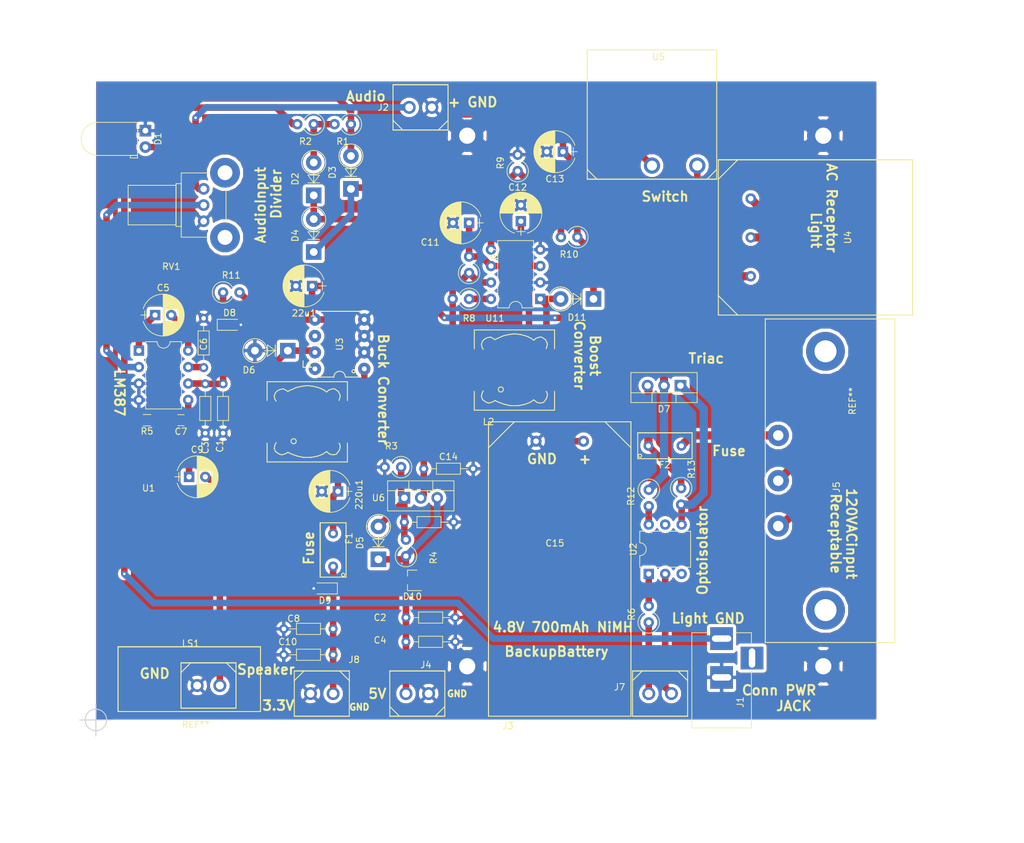
<source format=kicad_pcb>
(kicad_pcb (version 4) (host pcbnew 4.0.5)
  (layers (0 F.Cu signal) (31 B.Cu signal) (34 B.Paste user) (35 F.Paste user) (36 B.SilkS user) (37 F.SilkS user) (38 B.Mask user) (39 F.Mask user) (44 Edge.Cuts user))
  (net 0 "")
  (net 1 GND)
  (net 2 "Net-(22u1-Pad1)")
  (net 3 "Net-(220u1-Pad1)")
  (net 4 "Net-(C2-Pad1)")
  (net 5 "Net-(D1-Pad2)")
  (net 6 "Net-(D2-Pad2)")
  (net 7 "Net-(D6-Pad1)")
  (net 8 "Net-(U3-Pad6)")
  (net 9 "Net-(U3-Pad8)")
  (net 10 "Net-(C10-Pad1)")
  (net 11 "Net-(D3-Pad2)")
  (net 12 "Net-(C5-Pad1)")
  (net 13 "Net-(C5-Pad2)")
  (net 14 "Net-(C6-Pad2)")
  (net 15 "Net-(C7-Pad1)")
  (net 16 "Net-(C7-Pad2)")
  (net 17 "Net-(C9-Pad2)")
  (net 18 "Net-(D7-Pad1)")
  (net 19 "Net-(D7-Pad3)")
  (net 20 "Net-(F2-Pad2)")
  (net 21 "Net-(J2-Pad1)")
  (net 22 "Net-(J7-Pad2)")
  (net 23 "Net-(RV1-Pad2)")
  (net 24 "Net-(C1-Pad2)")
  (net 25 "Net-(C11-Pad1)")
  (net 26 "Net-(C12-Pad1)")
  (net 27 "Net-(C13-Pad1)")
  (net 28 "Net-(D11-Pad2)")
  (net 29 "Net-(J7-Pad1)")
  (net 30 "Net-(L2-Pad1)")
  (net 31 "Net-(R6-Pad2)")
  (net 32 "Net-(R8-Pad1)")
  (net 33 "Net-(R10-Pad2)")
  (net 34 "Net-(R12-Pad2)")
  (net 35 "Net-(D7-Pad2)")
  (net 36 "Net-(J5-Pad3)")
  (net 37 "Net-(J5-Pad1)")
  (net 38 "Net-(C15-Pad1)")
  (net 39 "Net-(D3-Pad1)")
  (module SpeakerTemp (layer F.Cu) (at 28.7782 122.7709)
    (fp_text reference REF** (at 12 2) (layer F.SilkS))
    (fp_text value "SpeakerTemp	\rCDM-20008" hide)
  )
  (module Capacitors_THT:CP_Radial_D6.3mm_P2.50mm (layer F.Cu) (at 62.75 88.75 180)
    (fp_text reference 220u1 (at -3.25 -0.5 270) (layer F.SilkS))
    (fp_text value CP)
    (pad 1 thru_hole rect (at 0 0 180) (size 1.6 1.6) (drill 0.8) (layers *.Cu *.Mask) (net 3 "Net-(220u1-Pad1)"))
    (pad 2 thru_hole circle (at 2.5 0 180) (size 1.6 1.6) (drill 0.8) (layers *.Cu *.Mask) (net 1 GND))
  )
  (module Power_Integrations:PDIP-8 (layer F.Cu) (at 63 66 90)
    (fp_text reference U3 (at 0 0 90) (layer F.SilkS))
    (fp_text value LM2574)
    (pad 1 thru_hole circle (at -3.81 3.81 90) (size 1.905 1.905) (drill 0.762) (layers *.Cu *.Mask) (net 3 "Net-(220u1-Pad1)"))
    (pad 2 thru_hole circle (at -1.27 3.81 90) (size 1.905 1.905) (drill 0.762) (layers *.Cu *.Mask) (net 1 GND))
    (pad 3 thru_hole circle (at 1.27 3.81 90) (size 1.905 1.905) (drill 0.762) (layers *.Cu *.Mask) (net 1 GND))
    (pad 4 thru_hole circle (at 3.81 3.81 90) (size 1.905 1.905) (drill 0.762) (layers *.Cu *.Mask) (net 1 GND))
    (pad 5 thru_hole circle (at 3.81 -3.81 90) (size 1.905 1.905) (drill 0.762) (layers *.Cu *.Mask) (net 2 "Net-(22u1-Pad1)"))
    (pad 6 thru_hole circle (at 1.27 -3.81 90) (size 1.905 1.905) (drill 0.762) (layers *.Cu *.Mask) (net 8 "Net-(U3-Pad6)"))
    (pad 7 thru_hole circle (at -1.27 -3.81 90) (size 1.905 1.905) (drill 0.762) (layers *.Cu *.Mask) (net 7 "Net-(D6-Pad1)"))
    (pad 8 thru_hole circle (at -3.81 -3.81 90) (size 1.905 1.905) (drill 0.762) (layers *.Cu *.Mask) (net 9 "Net-(U3-Pad8)"))
  )
  (module LEDs:LED_D5.0mm_Horizontal_O1.27mm_Z3.0mm (layer F.Cu) (at 33 33 270)
    (fp_text reference D1 (at 1.27 -1.96 270) (layer F.SilkS))
    (fp_text value LED)
    (pad 1 thru_hole rect (at 0 0 270) (size 1.8 1.8) (drill 0.9) (layers *.Cu *.Mask) (net 1 GND))
    (pad 2 thru_hole circle (at 2.54 0 270) (size 1.8 1.8) (drill 0.9) (layers *.Cu *.Mask) (net 5 "Net-(D1-Pad2)"))
  )
  (module Resistors_THT:R_Axial_DIN0204_L3.6mm_D1.6mm_P7.62mm_Horizontal (layer F.Cu) (at 45 79.75 90)
    (fp_text reference C1 (at -2 -0.5 90) (layer F.SilkS))
    (fp_text value 1u)
    (pad 1 thru_hole circle (at 0 0 90) (size 1.4 1.4) (drill 0.7) (layers *.Cu *.Mask) (net 1 GND))
    (pad 2 thru_hole oval (at 7.62 0 90) (size 1.4 1.4) (drill 0.7) (layers *.Cu *.Mask) (net 24 "Net-(C1-Pad2)"))
  )
  (module Resistors_THT:R_Axial_DIN0204_L3.6mm_D1.6mm_P7.62mm_Horizontal (layer F.Cu) (at 73.25 108.25)
    (fp_text reference C2 (at -4 0) (layer F.SilkS))
    (fp_text value 1u)
    (pad 1 thru_hole circle (at 0 0) (size 1.4 1.4) (drill 0.7) (layers *.Cu *.Mask) (net 4 "Net-(C2-Pad1)"))
    (pad 2 thru_hole oval (at 7.62 0) (size 1.4 1.4) (drill 0.7) (layers *.Cu *.Mask) (net 1 GND))
  )
  (module Resistors_THT:R_Axial_DIN0204_L3.6mm_D1.6mm_P7.62mm_Horizontal (layer F.Cu) (at 42.25 79.75 90)
    (fp_text reference C3 (at -2.25 0 270) (layer F.SilkS))
    (fp_text value 0.1u)
    (pad 1 thru_hole circle (at 0 0 90) (size 1.4 1.4) (drill 0.7) (layers *.Cu *.Mask) (net 1 GND))
    (pad 2 thru_hole oval (at 7.62 0 90) (size 1.4 1.4) (drill 0.7) (layers *.Cu *.Mask) (net 24 "Net-(C1-Pad2)"))
  )
  (module Resistors_THT:R_Axial_DIN0204_L3.6mm_D1.6mm_P7.62mm_Horizontal (layer F.Cu) (at 73.25 112)
    (fp_text reference C4 (at -4 -0.25) (layer F.SilkS))
    (fp_text value 0.1u)
    (pad 1 thru_hole circle (at 0 0) (size 1.4 1.4) (drill 0.7) (layers *.Cu *.Mask) (net 4 "Net-(C2-Pad1)"))
    (pad 2 thru_hole oval (at 7.62 0) (size 1.4 1.4) (drill 0.7) (layers *.Cu *.Mask) (net 1 GND))
  )
  (module Resistors_THT:R_Axial_DIN0204_L3.6mm_D1.6mm_P7.62mm_Horizontal (layer F.Cu) (at 62 110 180)
    (fp_text reference C8 (at 6.09 1.59592 180) (layer F.SilkS))
    (fp_text value 1u)
    (pad 1 thru_hole circle (at 0 0 180) (size 1.4 1.4) (drill 0.7) (layers *.Cu *.Mask) (net 10 "Net-(C10-Pad1)"))
    (pad 2 thru_hole oval (at 7.62 0 180) (size 1.4 1.4) (drill 0.7) (layers *.Cu *.Mask) (net 1 GND))
  )
  (module Resistors_THT:R_Axial_DIN0204_L3.6mm_D1.6mm_P7.62mm_Horizontal (layer F.Cu) (at 62 114 180)
    (fp_text reference C10 (at 7 2 180) (layer F.SilkS))
    (fp_text value 0.1u)
    (pad 1 thru_hole circle (at 0 0 180) (size 1.4 1.4) (drill 0.7) (layers *.Cu *.Mask) (net 10 "Net-(C10-Pad1)"))
    (pad 2 thru_hole oval (at 7.62 0 180) (size 1.4 1.4) (drill 0.7) (layers *.Cu *.Mask) (net 1 GND))
  )
  (module Resistors_THT:R_Axial_DIN0309_L9.0mm_D3.2mm_P2.54mm_Vertical (layer F.Cu) (at 64.75 32 180)
    (fp_text reference R1 (at 1.27 -2.66 180) (layer F.SilkS))
    (fp_text value 220)
    (pad 1 thru_hole circle (at 0 0 180) (size 1.6 1.6) (drill 0.8) (layers *.Cu *.Mask) (net 11 "Net-(D3-Pad2)"))
    (pad 2 thru_hole oval (at 2.54 0 180) (size 1.6 1.6) (drill 0.8) (layers *.Cu *.Mask) (net 6 "Net-(D2-Pad2)"))
  )
  (module Resistors_THT:R_Axial_DIN0309_L9.0mm_D3.2mm_P2.54mm_Vertical (layer F.Cu) (at 59 32 180)
    (fp_text reference R2 (at 1.27 -2.66 180) (layer F.SilkS))
    (fp_text value 1k)
    (pad 1 thru_hole circle (at 0 0 180) (size 1.6 1.6) (drill 0.8) (layers *.Cu *.Mask) (net 6 "Net-(D2-Pad2)"))
    (pad 2 thru_hole oval (at 2.54 0 180) (size 1.6 1.6) (drill 0.8) (layers *.Cu *.Mask) (net 5 "Net-(D1-Pad2)"))
  )
  (module Capacitors_THT:CP_Radial_D6.3mm_P2.50mm (layer F.Cu) (at 34.5 61.5)
    (fp_text reference C5 (at 1.25 -4.21) (layer F.SilkS))
    (fp_text value 10u)
    (pad 1 thru_hole rect (at 0 0) (size 1.6 1.6) (drill 0.8) (layers *.Cu *.Mask) (net 12 "Net-(C5-Pad1)"))
    (pad 2 thru_hole circle (at 2.5 0) (size 1.6 1.6) (drill 0.8) (layers *.Cu *.Mask) (net 13 "Net-(C5-Pad2)"))
  )
  (module Resistors_THT:R_Axial_DIN0204_L3.6mm_D1.6mm_P7.62mm_Horizontal (layer F.Cu) (at 42 62 270)
    (fp_text reference C6 (at 4 0 270) (layer F.SilkS))
    (fp_text value 0.1u)
    (pad 1 thru_hole circle (at 0 0 270) (size 1.4 1.4) (drill 0.7) (layers *.Cu *.Mask) (net 1 GND))
    (pad 2 thru_hole oval (at 7.62 0 270) (size 1.4 1.4) (drill 0.7) (layers *.Cu *.Mask) (net 14 "Net-(C6-Pad2)"))
  )
  (module Capacitors_SMD:C_0805_HandSoldering (layer F.Cu) (at 38.5 77.75 180)
    (fp_text reference C7 (at 0 -1.75 180) (layer F.SilkS))
    (fp_text value 0.05u)
    (pad 1 smd rect (at -1.25 0 180) (size 1.5 1.25) (layers F.Cu F.Paste F.Mask) (net 15 "Net-(C7-Pad1)"))
    (pad 2 smd rect (at 1.25 0 180) (size 1.5 1.25) (layers F.Cu F.Paste F.Mask) (net 16 "Net-(C7-Pad2)"))
  )
  (module Capacitors_THT:CP_Radial_D6.3mm_P2.50mm (layer F.Cu) (at 39.75 86.5)
    (fp_text reference C9 (at 1.25 -4.21) (layer F.SilkS))
    (fp_text value 250u)
    (pad 1 thru_hole rect (at 0 0) (size 1.6 1.6) (drill 0.8) (layers *.Cu *.Mask) (net 15 "Net-(C7-Pad1)"))
    (pad 2 thru_hole circle (at 2.5 0) (size 1.6 1.6) (drill 0.8) (layers *.Cu *.Mask) (net 17 "Net-(C9-Pad2)"))
  )
  (module TO_SOT_Packages_THT:TO-220_Vertical (layer F.Cu) (at 115.65 72.4 180)
    (fp_text reference D7 (at 2.54 -3.62 180) (layer F.SilkS))
    (fp_text value 15AmpTriac)
    (pad 1 thru_hole rect (at 0 0 180) (size 1.8 1.8) (drill 1) (layers *.Cu *.Mask) (net 18 "Net-(D7-Pad1)"))
    (pad 2 thru_hole oval (at 2.54 0 180) (size 1.8 1.8) (drill 1) (layers *.Cu *.Mask) (net 35 "Net-(D7-Pad2)"))
    (pad 3 thru_hole oval (at 5.08 0 180) (size 1.8 1.8) (drill 1) (layers *.Cu *.Mask) (net 19 "Net-(D7-Pad3)"))
  )
  (module Diodes_SMD:D_SOT-23_ANK (layer F.Cu) (at 74.25 102.5 180)
    (fp_text reference D10 (at 0 -2.5 180) (layer F.SilkS))
    (fp_text value 5Vz)
    (pad 2 smd rect (at -1 -0.95 180) (size 0.9 0.8) (layers F.Cu F.Paste F.Mask) (net 1 GND))
    (pad "" smd rect (at -1 0.95 180) (size 0.9 0.8) (layers F.Cu F.Paste F.Mask))
    (pad 1 smd rect (at 1 0 180) (size 0.9 0.8) (layers F.Cu F.Paste F.Mask) (net 4 "Net-(C2-Pad1)"))
  )
  (module Potentiometers:Potentiometer_Alps_RK09K_Vertical (layer F.Cu) (at 42 42 180)
    (fp_text reference RV1 (at 5 -12 180) (layer F.SilkS))
    (fp_text value 10k)
    (pad 3 thru_hole circle (at 0 -5 180) (size 1.8 1.8) (drill 1) (layers *.Cu *.Mask) (net 1 GND))
    (pad 2 thru_hole circle (at 0 -2.5 180) (size 1.8 1.8) (drill 1) (layers *.Cu *.Mask) (net 23 "Net-(RV1-Pad2)"))
    (pad 1 thru_hole circle (at 0 0 180) (size 1.8 1.8) (drill 1) (layers *.Cu *.Mask) (net 21 "Net-(J2-Pad1)"))
    (pad 0 thru_hole circle (at -3.3 -7.5 180) (size 4.6 4.6) (drill 2.3) (layers *.Cu *.Mask))
    (pad 0 thru_hole circle (at -3.3 2.5 180) (size 4.6 4.6) (drill 2.3) (layers *.Cu *.Mask))
  )
  (module Housings_DIP:DIP-8_W7.62mm (layer F.Cu) (at 32 67)
    (fp_text reference U1 (at 1.5 21.25) (layer F.SilkS))
    (fp_text value LM386)
    (pad 1 thru_hole rect (at 0 0) (size 1.6 1.6) (drill 0.8) (layers *.Cu *.Mask) (net 12 "Net-(C5-Pad1)"))
    (pad 5 thru_hole oval (at 7.62 7.62) (size 1.6 1.6) (drill 0.8) (layers *.Cu *.Mask) (net 15 "Net-(C7-Pad1)"))
    (pad 2 thru_hole oval (at 0 2.54) (size 1.6 1.6) (drill 0.8) (layers *.Cu *.Mask) (net 23 "Net-(RV1-Pad2)"))
    (pad 6 thru_hole oval (at 7.62 5.08) (size 1.6 1.6) (drill 0.8) (layers *.Cu *.Mask) (net 24 "Net-(C1-Pad2)"))
    (pad 3 thru_hole oval (at 0 5.08) (size 1.6 1.6) (drill 0.8) (layers *.Cu *.Mask) (net 1 GND))
    (pad 7 thru_hole oval (at 7.62 2.54) (size 1.6 1.6) (drill 0.8) (layers *.Cu *.Mask) (net 14 "Net-(C6-Pad2)"))
    (pad 4 thru_hole oval (at 0 7.62) (size 1.6 1.6) (drill 0.8) (layers *.Cu *.Mask) (net 1 GND))
    (pad 8 thru_hole oval (at 7.62 0) (size 1.6 1.6) (drill 0.8) (layers *.Cu *.Mask) (net 13 "Net-(C5-Pad2)"))
  )
  (module Capacitors_THT:CP_Radial_D6.3mm_P2.50mm (layer F.Cu) (at 58.75 57 180)
    (fp_text reference 22u1 (at 1.25 -4.21 180) (layer F.SilkS))
    (fp_text value CP)
    (pad 1 thru_hole rect (at 0 0 180) (size 1.6 1.6) (drill 0.8) (layers *.Cu *.Mask) (net 2 "Net-(22u1-Pad1)"))
    (pad 2 thru_hole circle (at 2.5 0 180) (size 1.6 1.6) (drill 0.8) (layers *.Cu *.Mask) (net 1 GND))
  )
  (module Connectors:BARREL_JACK (layer F.Cu) (at 122 111.5 90)
    (fp_text reference J1 (at -9.82 2.89 270) (layer F.SilkS))
    (fp_text value 12VWallWartVin)
    (pad 1 thru_hole rect (at 0 0 90) (size 3.5 3.5) (drill oval 1 3) (layers *.Cu *.Mask) (net 11 "Net-(D3-Pad2)"))
    (pad 2 thru_hole rect (at -6 0 90) (size 3.5 3.5) (drill oval 1 3) (layers *.Cu *.Mask) (net 1 GND))
    (pad 3 thru_hole rect (at -3 4.7 90) (size 3.5 3.5) (drill oval 3 1) (layers *.Cu *.Mask))
  )
  (module Diodes_SMD:D_SOD-323_HandSoldering (layer F.Cu) (at 46 63)
    (fp_text reference D8 (at 0 -1.85) (layer F.SilkS))
    (fp_text value 12Vz)
    (pad 1 smd rect (at -1.25 0) (size 1 1) (layers F.Cu F.Paste F.Mask) (net 24 "Net-(C1-Pad2)"))
    (pad 2 smd rect (at 1.25 0) (size 1 1) (layers F.Cu F.Paste F.Mask) (net 1 GND))
  )
  (module Diodes_SMD:D_SOD-323_HandSoldering (layer F.Cu) (at 60.75 103.75 180)
    (fp_text reference D9 (at 0 -1.85 180) (layer F.SilkS))
    (fp_text value 3.3Vz)
    (pad 1 smd rect (at -1.25 0 180) (size 1 1) (layers F.Cu F.Paste F.Mask) (net 10 "Net-(C10-Pad1)"))
    (pad 2 smd rect (at 1.25 0 180) (size 1 1) (layers F.Cu F.Paste F.Mask) (net 1 GND))
  )
  (module Capacitors_THT:CP_Radial_D6.3mm_P2.50mm (layer F.Cu) (at 83 47.25 180)
    (fp_text reference C11 (at 6 -3 180) (layer F.SilkS))
    (fp_text value 100uF)
    (pad 1 thru_hole rect (at 0 0 180) (size 1.6 1.6) (drill 0.8) (layers *.Cu *.Mask) (net 25 "Net-(C11-Pad1)"))
    (pad 2 thru_hole circle (at 2.5 0 180) (size 1.6 1.6) (drill 0.8) (layers *.Cu *.Mask) (net 1 GND))
  )
  (module Capacitors_THT:CP_Radial_D6.3mm_P2.50mm (layer F.Cu) (at 91 47 90)
    (fp_text reference C12 (at 5.25 -0.5 180) (layer F.SilkS))
    (fp_text value 1500pF)
    (pad 1 thru_hole rect (at 0 0 90) (size 1.6 1.6) (drill 0.8) (layers *.Cu *.Mask) (net 26 "Net-(C12-Pad1)"))
    (pad 2 thru_hole circle (at 2.5 0 90) (size 1.6 1.6) (drill 0.8) (layers *.Cu *.Mask) (net 1 GND))
  )
  (module Capacitors_THT:CP_Radial_D6.3mm_P2.50mm (layer F.Cu) (at 97.5 36.25 180)
    (fp_text reference C13 (at 1.25 -4.21 180) (layer F.SilkS))
    (fp_text value 330uF)
    (pad 1 thru_hole rect (at 0 0 180) (size 1.6 1.6) (drill 0.8) (layers *.Cu *.Mask) (net 27 "Net-(C13-Pad1)"))
    (pad 2 thru_hole circle (at 2.5 0 180) (size 1.6 1.6) (drill 0.8) (layers *.Cu *.Mask) (net 1 GND))
  )
  (module Diodes_THT:D_DO-15_P5.08mm_Vertical_KathodeUp (layer F.Cu) (at 102.2096 59.0042 180)
    (fp_text reference D11 (at 2.54 -2.86 180) (layer F.SilkS))
    (fp_text value 1N5819)
    (pad 1 thru_hole rect (at 0 0 180) (size 2.4 2.4) (drill 1.2) (layers *.Cu *.Mask) (net 27 "Net-(C13-Pad1)"))
    (pad 2 thru_hole oval (at 5.08 0 180) (size 2.4 2.4) (drill 1.2) (layers *.Cu *.Mask) (net 28 "Net-(D11-Pad2)"))
  )
  (module Choke_SMD:Choke_SMD_12x12mm_h4.5mm (layer F.Cu) (at 90 70)
    (fp_text reference L2 (at -4 8) (layer F.SilkS))
    (fp_text value 160uH)
    (pad 1 smd rect (at -4.95046 0) (size 2.90068 5.40004) (layers F.Cu F.Paste F.Mask) (net 30 "Net-(L2-Pad1)"))
    (pad 2 smd rect (at 4.95046 0) (size 2.90068 5.40004) (layers F.Cu F.Paste F.Mask) (net 28 "Net-(D11-Pad2)"))
  )
  (module Resistors_THT:R_Axial_DIN0309_L9.0mm_D3.2mm_P2.54mm_Vertical (layer F.Cu) (at 83 55 90)
    (fp_text reference R7 (at 3 4 90) (layer F.SilkS))
    (fp_text value 0.22)
    (pad 1 thru_hole circle (at 0 0 90) (size 1.6 1.6) (drill 0.8) (layers *.Cu *.Mask) (net 30 "Net-(L2-Pad1)"))
    (pad 2 thru_hole oval (at 2.54 0 90) (size 1.6 1.6) (drill 0.8) (layers *.Cu *.Mask) (net 25 "Net-(C11-Pad1)"))
  )
  (module Resistors_THT:R_Axial_DIN0309_L9.0mm_D3.2mm_P2.54mm_Vertical (layer F.Cu) (at 83 59 180)
    (fp_text reference R8 (at 0 -3 180) (layer F.SilkS))
    (fp_text value 180)
    (pad 1 thru_hole circle (at 0 0 180) (size 1.6 1.6) (drill 0.8) (layers *.Cu *.Mask) (net 32 "Net-(R8-Pad1)"))
    (pad 2 thru_hole oval (at 2.54 0 180) (size 1.6 1.6) (drill 0.8) (layers *.Cu *.Mask) (net 30 "Net-(L2-Pad1)"))
  )
  (module Resistors_THT:R_Axial_DIN0309_L9.0mm_D3.2mm_P2.54mm_Vertical (layer F.Cu) (at 90.5 39.25 90)
    (fp_text reference R9 (at 1.27 -2.66 90) (layer F.SilkS))
    (fp_text value 1k)
    (pad 1 thru_hole circle (at 0 0 90) (size 1.6 1.6) (drill 0.8) (layers *.Cu *.Mask) (net 33 "Net-(R10-Pad2)"))
    (pad 2 thru_hole oval (at 2.54 0 90) (size 1.6 1.6) (drill 0.8) (layers *.Cu *.Mask) (net 1 GND))
  )
  (module Resistors_THT:R_Axial_DIN0309_L9.0mm_D3.2mm_P2.54mm_Vertical (layer F.Cu) (at 99.7228 49.451 180)
    (fp_text reference R10 (at 1.27 -2.66 180) (layer F.SilkS))
    (fp_text value 10k)
    (pad 1 thru_hole circle (at 0 0 180) (size 1.6 1.6) (drill 0.8) (layers *.Cu *.Mask) (net 27 "Net-(C13-Pad1)"))
    (pad 2 thru_hole oval (at 2.54 0 180) (size 1.6 1.6) (drill 0.8) (layers *.Cu *.Mask) (net 33 "Net-(R10-Pad2)"))
  )
  (module Resistors_THT:R_Axial_DIN0309_L9.0mm_D3.2mm_P2.54mm_Vertical (layer F.Cu) (at 45 58)
    (fp_text reference R11 (at 1.27 -2.66) (layer F.SilkS))
    (fp_text value 1k)
    (pad 1 thru_hole circle (at 0 0) (size 1.6 1.6) (drill 0.8) (layers *.Cu *.Mask) (net 24 "Net-(C1-Pad2)"))
    (pad 2 thru_hole oval (at 2.54 0) (size 1.6 1.6) (drill 0.8) (layers *.Cu *.Mask) (net 2 "Net-(22u1-Pad1)"))
  )
  (module Resistors_THT:R_Axial_DIN0309_L9.0mm_D3.2mm_P2.54mm_Vertical (layer F.Cu) (at 110.75 88.5 270)
    (fp_text reference R12 (at 1 2.75 270) (layer F.SilkS))
    (fp_text value 180)
    (pad 1 thru_hole circle (at 0 0 270) (size 1.6 1.6) (drill 0.8) (layers *.Cu *.Mask) (net 35 "Net-(D7-Pad2)"))
    (pad 2 thru_hole oval (at 2.54 0 270) (size 1.6 1.6) (drill 0.8) (layers *.Cu *.Mask) (net 34 "Net-(R12-Pad2)"))
  )
  (module Resistors_THT:R_Axial_DIN0309_L9.0mm_D3.2mm_P2.54mm_Vertical (layer F.Cu) (at 115.75 88.25 270)
    (fp_text reference R13 (at -2.91 -1.6 270) (layer F.SilkS))
    (fp_text value 1k)
    (pad 1 thru_hole circle (at 0 0 270) (size 1.6 1.6) (drill 0.8) (layers *.Cu *.Mask) (net 19 "Net-(D7-Pad3)"))
    (pad 2 thru_hole oval (at 2.54 0 270) (size 1.6 1.6) (drill 0.8) (layers *.Cu *.Mask) (net 18 "Net-(D7-Pad1)"))
  )
  (module Housings_DIP:DIP-6_W7.62mm (layer F.Cu) (at 110.75 101.5 90)
    (fp_text reference U2 (at 3.81 -2.39 90) (layer F.SilkS))
    (fp_text value MOC3043M)
    (pad 1 thru_hole rect (at 0 0 90) (size 1.6 1.6) (drill 0.8) (layers *.Cu *.Mask) (net 31 "Net-(R6-Pad2)"))
    (pad 4 thru_hole oval (at 7.62 5.08 90) (size 1.6 1.6) (drill 0.8) (layers *.Cu *.Mask) (net 18 "Net-(D7-Pad1)"))
    (pad 2 thru_hole oval (at 0 2.54 90) (size 1.6 1.6) (drill 0.8) (layers *.Cu *.Mask) (net 29 "Net-(J7-Pad1)"))
    (pad 5 thru_hole oval (at 7.62 2.54 90) (size 1.6 1.6) (drill 0.8) (layers *.Cu *.Mask))
    (pad 3 thru_hole oval (at 0 5.08 90) (size 1.6 1.6) (drill 0.8) (layers *.Cu *.Mask))
    (pad 6 thru_hole oval (at 7.62 0 90) (size 1.6 1.6) (drill 0.8) (layers *.Cu *.Mask) (net 34 "Net-(R12-Pad2)"))
  )
  (module Housings_DIP:DIP-8_W7.62mm (layer F.Cu) (at 94 59 180)
    (fp_text reference U11 (at 7 -3 180) (layer F.SilkS))
    (fp_text value BoostConv)
    (pad 1 thru_hole rect (at 0 0 180) (size 1.6 1.6) (drill 0.8) (layers *.Cu *.Mask) (net 28 "Net-(D11-Pad2)"))
    (pad 5 thru_hole oval (at 7.62 7.62 180) (size 1.6 1.6) (drill 0.8) (layers *.Cu *.Mask) (net 33 "Net-(R10-Pad2)"))
    (pad 2 thru_hole oval (at 0 2.54 180) (size 1.6 1.6) (drill 0.8) (layers *.Cu *.Mask) (net 1 GND))
    (pad 6 thru_hole oval (at 7.62 5.08 180) (size 1.6 1.6) (drill 0.8) (layers *.Cu *.Mask) (net 25 "Net-(C11-Pad1)"))
    (pad 3 thru_hole oval (at 0 5.08 180) (size 1.6 1.6) (drill 0.8) (layers *.Cu *.Mask) (net 26 "Net-(C12-Pad1)"))
    (pad 7 thru_hole oval (at 7.62 2.54 180) (size 1.6 1.6) (drill 0.8) (layers *.Cu *.Mask) (net 30 "Net-(L2-Pad1)"))
    (pad 4 thru_hole oval (at 0 7.62 180) (size 1.6 1.6) (drill 0.8) (layers *.Cu *.Mask) (net 1 GND))
    (pad 8 thru_hole oval (at 7.62 0 180) (size 1.6 1.6) (drill 0.8) (layers *.Cu *.Mask) (net 32 "Net-(R8-Pad1)"))
  )
  (module Diodes_THT:D_DO-15_P5.08mm_Vertical_KathodeUp (layer F.Cu) (at 59 43 90)
    (fp_text reference D2 (at 2.54 -2.86 90) (layer F.SilkS))
    (fp_text value 11DQ05)
    (pad 1 thru_hole rect (at 0 0 90) (size 2.4 2.4) (drill 1.2) (layers *.Cu *.Mask) (net 27 "Net-(C13-Pad1)"))
    (pad 2 thru_hole oval (at 5.08 0 90) (size 2.4 2.4) (drill 1.2) (layers *.Cu *.Mask) (net 6 "Net-(D2-Pad2)"))
  )
  (module Diodes_THT:D_DO-15_P5.08mm_Vertical_KathodeUp (layer F.Cu) (at 64.75 42 90)
    (fp_text reference D3 (at 2.54 -2.86 90) (layer F.SilkS))
    (fp_text value 11DQ05)
    (pad 1 thru_hole rect (at 0 0 90) (size 2.4 2.4) (drill 1.2) (layers *.Cu *.Mask) (net 39 "Net-(D3-Pad1)"))
    (pad 2 thru_hole oval (at 5.08 0 90) (size 2.4 2.4) (drill 1.2) (layers *.Cu *.Mask) (net 11 "Net-(D3-Pad2)"))
  )
  (module Diodes_THT:D_DO-15_P5.08mm_Vertical_KathodeUp (layer F.Cu) (at 59 51.75 90)
    (fp_text reference D4 (at 2.54 -2.86 90) (layer F.SilkS))
    (fp_text value 11DQ05)
    (pad 1 thru_hole rect (at 0 0 90) (size 2.4 2.4) (drill 1.2) (layers *.Cu *.Mask) (net 39 "Net-(D3-Pad1)"))
    (pad 2 thru_hole oval (at 5.08 0 90) (size 2.4 2.4) (drill 1.2) (layers *.Cu *.Mask) (net 27 "Net-(C13-Pad1)"))
  )
  (module Diodes_THT:D_DO-15_P5.08mm_Vertical_KathodeUp (layer F.Cu) (at 55 67 180)
    (fp_text reference D6 (at 6 -3 180) (layer F.SilkS))
    (fp_text value 11DQ05)
    (pad 1 thru_hole rect (at 0 0 180) (size 2.4 2.4) (drill 1.2) (layers *.Cu *.Mask) (net 7 "Net-(D6-Pad1)"))
    (pad 2 thru_hole oval (at 5.08 0 180) (size 2.4 2.4) (drill 1.2) (layers *.Cu *.Mask) (net 1 GND))
  )
  (module Resistors_THT:R_Axial_DIN0309_L9.0mm_D3.2mm_P2.54mm_Vertical (layer F.Cu) (at 110.75 109 90)
    (fp_text reference R6 (at 1.27 -2.66 90) (layer F.SilkS))
    (fp_text value 660)
    (pad 1 thru_hole circle (at 0 0 90) (size 1.6 1.6) (drill 0.8) (layers *.Cu *.Mask) (net 22 "Net-(J7-Pad2)"))
    (pad 2 thru_hole oval (at 2.54 0 90) (size 1.6 1.6) (drill 0.8) (layers *.Cu *.Mask) (net 31 "Net-(R6-Pad2)"))
  )
  (module Footprints:BlockTerminal3.5mm (layer F.Cu) (at 73.75 29.4)
    (fp_text reference J2 (at -4 0) (layer F.SilkS))
    (fp_text value AudioInput hide)
    (pad 1 thru_hole circle (at 0 0) (size 2 2) (drill 1.22) (layers *.Cu *.Mask) (net 21 "Net-(J2-Pad1)"))
    (pad 2 thru_hole circle (at 3.5 0) (size 2 2) (drill 1.22) (layers *.Cu *.Mask) (net 1 GND))
  )
  (module Footprints:BlockTerminal3.5mm (layer F.Cu) (at 44.5 118.75 180)
    (fp_text reference LS1 (at 4.5 6.5 180) (layer F.SilkS))
    (fp_text value Speaker hide)
    (pad 1 thru_hole circle (at 0 0 180) (size 2 2) (drill 1.22) (layers *.Cu *.Mask) (net 17 "Net-(C9-Pad2)"))
    (pad 2 thru_hole circle (at 3.5 0 180) (size 2 2) (drill 1.22) (layers *.Cu *.Mask) (net 1 GND))
  )
  (module Footprints:NIMH4.8V (layer F.Cu) (at 108 78 180)
    (fp_text reference J3 (at 19 -47 180) (layer F.SilkS))
    (fp_text value BackUpPower12V)
    (pad 1 thru_hole circle (at 7.33 -3 180) (size 1.724 1.724) (drill 0.862) (layers *.Cu *.Mask) (net 25 "Net-(C11-Pad1)"))
    (pad 2 thru_hole circle (at 14.66 -3 180) (size 1.724 1.724) (drill 0.862) (layers *.Cu *.Mask) (net 1 GND))
  )
  (module Footprints:BlockTerminal3.5mm (layer F.Cu) (at 114.25 120 180)
    (fp_text reference J7 (at 8 1 180) (layer F.SilkS))
    (fp_text value Uc3.3VSignal hide)
    (pad 1 thru_hole circle (at 0 0 180) (size 2 2) (drill 1.22) (layers *.Cu *.Mask) (net 29 "Net-(J7-Pad1)"))
    (pad 2 thru_hole circle (at 3.5 0 180) (size 2 2) (drill 1.22) (layers *.Cu *.Mask) (net 22 "Net-(J7-Pad2)"))
  )
  (module Resistors_SMD:R_0805_HandSoldering (layer F.Cu) (at 33.25 77.75 180)
    (fp_text reference R5 (at 0 -1.7 180) (layer F.SilkS))
    (fp_text value 10)
    (pad 1 smd rect (at -1.35 0 180) (size 1.5 1.3) (layers F.Cu F.Paste F.Mask) (net 16 "Net-(C7-Pad2)"))
    (pad 2 smd rect (at 1.35 0 180) (size 1.5 1.3) (layers F.Cu F.Paste F.Mask) (net 1 GND))
  )
  (module Choke_SMD:Choke_SMD_12x12mm_h4.5mm (layer F.Cu) (at 58 78)
    (fp_text reference L1 (at 0 -8.89) (layer F.SilkS))
    (fp_text value 330u)
    (pad 1 smd rect (at -4.95046 0) (size 2.90068 5.40004) (layers F.Cu F.Paste F.Mask) (net 7 "Net-(D6-Pad1)"))
    (pad 2 smd rect (at 4.95046 0) (size 2.90068 5.40004) (layers F.Cu F.Paste F.Mask) (net 3 "Net-(220u1-Pad1)"))
  )
  (module Footprints:739W-X203 (layer F.Cu) (at 121.5 37.5 270)
    (fp_text reference U4 (at 12 -20 270) (layer F.SilkS))
    (fp_text value ExternalLightACPlug)
    (pad 3 thru_hole circle (at 12 -5 270) (size 1.624 1.624) (drill 0.85) (layers *.Cu *.Mask) (net 36 "Net-(J5-Pad3)"))
    (pad 1 thru_hole circle (at 6 -5 270) (size 1.624 1.624) (drill 0.85) (layers *.Cu *.Mask) (net 37 "Net-(J5-Pad1)"))
    (pad 2 thru_hole circle (at 18 -5 270) (size 1.624 1.624) (drill 0.85) (layers *.Cu *.Mask) (net 35 "Net-(D7-Pad2)"))
  )
  (module Footprints:FuseTH500mA (layer F.Cu) (at 64 102 90)
    (fp_text reference F1 (at 5.98 0.46 90) (layer F.SilkS))
    (fp_text value 0.5Amp)
    (pad 1 thru_hole circle (at 1.65 -2 90) (size 1.524 1.524) (drill 0.762) (layers *.Cu *.Mask) (net 10 "Net-(C10-Pad1)"))
    (pad 2 thru_hole circle (at 6.75 -2 90) (size 1.524 1.524) (drill 0.762) (layers *.Cu *.Mask) (net 3 "Net-(220u1-Pad1)"))
  )
  (module Footprints:FuseTH500mA (layer F.Cu) (at 109.05 83.7)
    (fp_text reference F2 (at 4.16 0.95) (layer F.SilkS))
    (fp_text value 0.5Amps)
    (pad 1 thru_hole circle (at 1.65 -2) (size 1.524 1.524) (drill 0.762) (layers *.Cu *.Mask) (net 19 "Net-(D7-Pad3)"))
    (pad 2 thru_hole circle (at 6.75 -2) (size 1.524 1.524) (drill 0.762) (layers *.Cu *.Mask) (net 20 "Net-(F2-Pad2)"))
  )
  (module Footprints:BlockTerminal3.5mm (layer F.Cu) (at 73.25 120)
    (fp_text reference J4 (at 3.08 -4.43) (layer F.SilkS))
    (fp_text value Display5V hide)
    (pad 1 thru_hole circle (at 0 0) (size 2 2) (drill 1.22) (layers *.Cu *.Mask) (net 4 "Net-(C2-Pad1)"))
    (pad 2 thru_hole circle (at 3.5 0) (size 2 2) (drill 1.22) (layers *.Cu *.Mask) (net 1 GND))
  )
  (module Footprints:BlockTerminal3.5mm (layer F.Cu) (at 62 120 180)
    (fp_text reference J8 (at -3.25 5.25 180) (layer F.SilkS))
    (fp_text value Ucontroller3.3 hide)
    (pad 1 thru_hole circle (at 0 0 180) (size 2 2) (drill 1.22) (layers *.Cu *.Mask) (net 10 "Net-(C10-Pad1)"))
    (pad 2 thru_hole circle (at 3.5 0 180) (size 2 2) (drill 1.22) (layers *.Cu *.Mask) (net 1 GND))
  )
  (module Resistors_THT:R_Axial_DIN0204_L3.6mm_D1.6mm_P7.62mm_Horizontal (layer F.Cu) (at 76 85.25)
    (fp_text reference C14 (at 3.81 -1.86) (layer F.SilkS))
    (fp_text value 0.1u)
    (pad 1 thru_hole circle (at 0 0) (size 1.4 1.4) (drill 0.7) (layers *.Cu *.Mask) (net 2 "Net-(22u1-Pad1)"))
    (pad 2 thru_hole oval (at 7.62 0) (size 1.4 1.4) (drill 0.7) (layers *.Cu *.Mask) (net 1 GND))
  )
  (module Resistors_THT:R_Axial_DIN0204_L3.6mm_D1.6mm_P7.62mm_Horizontal (layer F.Cu) (at 73 93.5)
    (fp_text reference C15 (at 23.25 3.25) (layer F.SilkS))
    (fp_text value 10uF)
    (pad 1 thru_hole circle (at 0 0) (size 1.4 1.4) (drill 0.7) (layers *.Cu *.Mask) (net 38 "Net-(C15-Pad1)"))
    (pad 2 thru_hole oval (at 7.62 0) (size 1.4 1.4) (drill 0.7) (layers *.Cu *.Mask) (net 1 GND))
  )
  (module Diodes_THT:D_DO-15_P5.08mm_Vertical_KathodeUp (layer F.Cu) (at 69 99.25 90)
    (fp_text reference D5 (at 2.54 -2.86 90) (layer F.SilkS))
    (fp_text value 1N4002)
    (pad 1 thru_hole rect (at 0 0 90) (size 2.4 2.4) (drill 1.2) (layers *.Cu *.Mask) (net 4 "Net-(C2-Pad1)"))
    (pad 2 thru_hole oval (at 5.08 0 90) (size 2.4 2.4) (drill 1.2) (layers *.Cu *.Mask) (net 38 "Net-(C15-Pad1)"))
  )
  (module Resistors_THT:R_Axial_DIN0309_L9.0mm_D3.2mm_P2.54mm_Vertical (layer F.Cu) (at 72.5 85 180)
    (fp_text reference R3 (at 1.5 3.25 180) (layer F.SilkS))
    (fp_text value 750)
    (pad 1 thru_hole circle (at 0 0 180) (size 1.6 1.6) (drill 0.8) (layers *.Cu *.Mask) (net 38 "Net-(C15-Pad1)"))
    (pad 2 thru_hole oval (at 2.54 0 180) (size 1.6 1.6) (drill 0.8) (layers *.Cu *.Mask) (net 1 GND))
  )
  (module Resistors_THT:R_Axial_DIN0309_L9.0mm_D3.2mm_P2.54mm_Vertical (layer F.Cu) (at 73.25 98.75 90)
    (fp_text reference R4 (at -0.25 4.25 90) (layer F.SilkS))
    (fp_text value 240)
    (pad 1 thru_hole circle (at 0 0 90) (size 1.6 1.6) (drill 0.8) (layers *.Cu *.Mask) (net 4 "Net-(C2-Pad1)"))
    (pad 2 thru_hole oval (at 2.54 0 90) (size 1.6 1.6) (drill 0.8) (layers *.Cu *.Mask) (net 38 "Net-(C15-Pad1)"))
  )
  (module TO_SOT_Packages_THT:TO-220_Vertical (layer F.Cu) (at 73 89.75)
    (fp_text reference U6 (at -4 0) (layer F.SilkS))
    (fp_text value LM317K)
    (pad 1 thru_hole rect (at 0 0) (size 1.8 1.8) (drill 1) (layers *.Cu *.Mask) (net 38 "Net-(C15-Pad1)"))
    (pad 2 thru_hole oval (at 2.54 0) (size 1.8 1.8) (drill 1) (layers *.Cu *.Mask) (net 2 "Net-(22u1-Pad1)"))
    (pad 3 thru_hole oval (at 5.08 0) (size 1.8 1.8) (drill 1) (layers *.Cu *.Mask) (net 4 "Net-(C2-Pad1)"))
  )
  (module Footprints:Switch (layer F.Cu) (at 101.25 40.5)
    (fp_text reference U5 (at 11 -18.9) (layer F.SilkS))
    (fp_text value Switch)
    (pad '1 thru_hole circle (at 17 -2.1) (size 2.5 2.5) (drill 1.55) (layers *.Cu *.Mask) (net 2 "Net-(22u1-Pad1)"))
    (pad 1A thru_hole circle (at 10 -2.1) (size 2.5 2.5) (drill 1.55) (layers *.Cu *.Mask) (net 39 "Net-(D3-Pad1)"))
  )
  (module Footprints:703w0053 (layer F.Cu) (at 128.75 62.1 270)
    (fp_text reference J5 (at 26 -11 450) (layer F.SilkS))
    (fp_text value 120Vinput)
    (pad 4 thru_hole circle (at 5 -9.3 270) (size 6 6) (drill 3.4) (layers *.Cu *.Mask))
    (pad 5 thru_hole circle (at 45 -9.3 270) (size 6 6) (drill 3.4) (layers *.Cu *.Mask))
    (pad 3 thru_hole circle (at 25 -2 270) (size 3.3 3.3) (drill 1.6) (layers *.Cu *.Mask) (net 36 "Net-(J5-Pad3)") (thermal_gap 2))
    (pad 2 thru_hole circle (at 18 -2 270) (size 3.3 3.3) (drill 1.6) (layers *.Cu *.Mask) (net 20 "Net-(F2-Pad2)"))
    (pad 1 thru_hole circle (at 32 -2 270) (size 3.3 3.3) (drill 1.6) (layers *.Cu *.Mask) (net 37 "Net-(J5-Pad1)"))
  )
  (module Footprints:CFAH1604A (layer F.Cu) (at 110.21 74.78 90)
    (fp_text reference REF** (at 0 32 90) (layer F.SilkS))
    (fp_text value CFAH1604A hide)
    (pad 17 thru_hole circle (at -41 -27.5 90) (size 5 5) (drill 2.5) (layers *.Cu *.Mask) (net 1 GND))
    (pad 17 thru_hole circle (at -41 27.5 90) (size 5 5) (drill 2.5) (layers *.Cu *.Mask) (net 1 GND))
    (pad 17 thru_hole circle (at 41 27.5 90) (size 5 5) (drill 2.5) (layers *.Cu *.Mask) (net 1 GND))
    (pad 17 thru_hole circle (at 41 -27.5 90) (size 5 5) (drill 2.5) (layers *.Cu *.Mask) (net 1 GND))
  )
  (gr_text "GND   +\n" (at 96.9 83.74) (layer F.SilkS) (effects (font (size 1.5 1.5) (thickness 0.3))))
  (gr_text "Fuse\n" (at 58.25 97.5 90) (layer F.SilkS) (effects (font (size 1.5 1.5) (thickness 0.3))))
  (gr_text "Fuse\n" (at 123.14 82.5) (layer F.SilkS) (effects (font (size 1.5 1.5) (thickness 0.3))))
  (gr_text "Conn PWR\n    JACK" (at 130.88 120.7) (layer F.SilkS) (effects (font (size 1.5 1.5) (thickness 0.3))))
  (gr_text "Optoisolator\n" (at 119.04 97.88 90) (layer F.SilkS) (effects (font (size 1.5 1.5) (thickness 0.3))))
  (gr_text "AudioInput\n   Divider" (at 52 44.5 90) (layer F.SilkS) (effects (font (size 1.5 1.5) (thickness 0.3))))
  (gr_text "Switch\n" (at 113.28 43.18) (layer F.SilkS) (effects (font (size 1.5 1.5) (thickness 0.3))))
  (gr_text "120VACinput\nReceptable\n" (at 140.84 95.28 270) (layer F.SilkS) (effects (font (size 1.5 1.5) (thickness 0.3))))
  (gr_text "AC Receptor\n      Light" (at 137.8 44.96 270) (layer F.SilkS) (effects (font (size 1.5 1.5) (thickness 0.3))))
  (gr_text "Triac\n" (at 119.63 68.2) (layer F.SilkS) (effects (font (size 1.5 1.5) (thickness 0.3))))
  (gr_text "Boost\nConverter\n" (at 101.25 67.75 270) (layer F.SilkS) (effects (font (size 1.5 1.5) (thickness 0.3))))
  (gr_text "4.8V 700mAh NiMH\n" (at 97.5 109.75) (layer F.SilkS) (effects (font (size 1.5 1.5) (thickness 0.3))))
  (gr_text "BackupBattery\n" (at 96.5 113.5) (layer F.SilkS) (effects (font (size 1.5 1.5) (thickness 0.3))))
  (gr_text "LM387\n" (at 29 73.5 270) (layer F.SilkS) (effects (font (size 1.5 1.5) (thickness 0.3))))
  (gr_text "Buck Converter\n" (at 69.75 73 270) (layer F.SilkS) (effects (font (size 1.5 1.5) (thickness 0.3))))
  (gr_text "+ GND\n" (at 83.55 28.6) (layer F.SilkS) (effects (font (size 1.5 1.5) (thickness 0.3))))
  (gr_text "Audio\n" (at 67.05 27.7) (layer F.SilkS) (effects (font (size 1.5 1.5) (thickness 0.3))))
  (gr_text "Light GND\n" (at 119.93 108.37) (layer F.SilkS) (effects (font (size 1.5 1.5) (thickness 0.3))))
  (gr_text "GND\n\n" (at 34.44 118.11) (layer F.SilkS) (effects (font (size 1.5 1.5) (thickness 0.3))))
  (gr_text "Speaker\n" (at 51.63 116.28) (layer F.SilkS) (effects (font (size 1.5 1.5) (thickness 0.3))))
  (gr_text GND (at 81.15 120.02) (layer F.SilkS) (effects (font (size 0.992 0.992) (thickness 0.248))))
  (gr_text 5V (at 68.83 120.02) (layer F.SilkS) (effects (font (size 1.5 1.5) (thickness 0.3))))
  (gr_text "GND\n\n" (at 66.05 122.88) (layer F.SilkS) (effects (font (size 0.992 0.992) (thickness 0.248))))
  (gr_text "3.3V\n\n" (at 53.53 123.05) (layer F.SilkS) (effects (font (size 1.5 1.5) (thickness 0.3))))
  (target plus (at 25.35 124.075) (size 5) (width 0.15) (layer Edge.Cuts))
  (segment (start 36.5 60) (end 38 60) (width 1.016) (layer F.Cu) (net 0))
  (segment (start 59.5 103.75) (end 59 103.75) (width 1.016) (layer F.Cu) (net 1))
  (via (at 59 103.75) (size 0.6) (drill 0.4) (layers F.Cu B.Cu) (net 1))
  (segment (start 47.25 63) (end 47.75 63) (width 1.016) (layer F.Cu) (net 1))
  (via (at 47.75 63) (size 0.6) (drill 0.4) (layers F.Cu B.Cu) (net 1))
  (segment (start 41.75 47.25) (end 42 47) (width 1.016) (layer F.Cu) (net 1))
  (segment (start 41.75 61.75) (end 42 62) (width 1.016) (layer F.Cu) (net 1))
  (segment (start 58.75 57) (end 74.272 57) (width 1.016) (layer F.Cu) (net 2))
  (segment (start 118.25 47.739) (end 118.25 38.4) (width 1.016) (layer F.Cu) (net 2))
  (segment (start 104.0638 61.9252) (end 118.25 47.739) (width 1.016) (layer F.Cu) (net 2))
  (segment (start 96.2406 61.9252) (end 104.0638 61.9252) (width 1.016) (layer F.Cu) (net 2))
  (via (at 96.2406 61.9252) (size 0.6) (drill 0.4) (layers F.Cu B.Cu) (net 2))
  (segment (start 79.1972 61.9252) (end 96.2406 61.9252) (width 1.016) (layer B.Cu) (net 2))
  (via (at 79.1972 61.9252) (size 0.6) (drill 0.4) (layers F.Cu B.Cu) (net 2))
  (segment (start 74.272 57) (end 79.1972 61.9252) (width 1.016) (layer F.Cu) (net 2))
  (segment (start 59.19 62.19) (end 61.56 62.19) (width 1.016) (layer F.Cu) (net 2))
  (segment (start 76 67.75) (end 76 85.25) (width 1.016) (layer F.Cu) (net 2))
  (segment (start 68.25 60) (end 76 67.75) (width 1.016) (layer F.Cu) (net 2))
  (segment (start 63.75 60) (end 68.25 60) (width 1.016) (layer F.Cu) (net 2))
  (segment (start 61.56 62.19) (end 63.75 60) (width 1.016) (layer F.Cu) (net 2))
  (segment (start 59.19 62.19) (end 51.73 62.19) (width 1.016) (layer F.Cu) (net 2))
  (segment (start 51.73 62.19) (end 47.54 58) (width 1.016) (layer F.Cu) (net 2))
  (segment (start 58.75 57) (end 58.75 61.75) (width 1.016) (layer F.Cu) (net 2))
  (segment (start 58.75 61.75) (end 59.19 62.19) (width 1.016) (layer F.Cu) (net 2))
  (segment (start 76 85.25) (end 76 89.29) (width 1.016) (layer F.Cu) (net 2))
  (segment (start 76 89.29) (end 75.54 89.75) (width 1.016) (layer F.Cu) (net 2))
  (segment (start 59 62) (end 59.19 62.19) (width 1.016) (layer F.Cu) (net 2))
  (segment (start 62.75 88.75) (end 62.75 78.20046) (width 1.016) (layer F.Cu) (net 3))
  (segment (start 62.75 78.20046) (end 62.95046 78) (width 1.016) (layer F.Cu) (net 3))
  (segment (start 62 95.25) (end 62 89.5) (width 1.016) (layer F.Cu) (net 3))
  (segment (start 62 89.5) (end 62.75 88.75) (width 1.016) (layer F.Cu) (net 3))
  (segment (start 66.81 69.81) (end 66.81 74.14046) (width 1.016) (layer F.Cu) (net 3))
  (segment (start 66.81 74.14046) (end 62.95046 78) (width 1.016) (layer F.Cu) (net 3))
  (segment (start 73.25 112) (end 73.25 120) (width 1.016) (layer F.Cu) (net 4))
  (segment (start 73.25 108.25) (end 73.25 112) (width 1.016) (layer F.Cu) (net 4))
  (segment (start 73.25 102.5) (end 73.25 108.25) (width 1.016) (layer F.Cu) (net 4))
  (segment (start 78.08 89.75) (end 78.08 93.92) (width 1.016) (layer B.Cu) (net 4))
  (segment (start 78.08 93.92) (end 73.25 98.75) (width 1.016) (layer B.Cu) (net 4))
  (segment (start 73.25 98.75) (end 73.25 102.5) (width 1.016) (layer F.Cu) (net 4))
  (segment (start 69 99.25) (end 72.75 99.25) (width 1.016) (layer F.Cu) (net 4))
  (segment (start 72.75 99.25) (end 73.25 98.75) (width 1.016) (layer F.Cu) (net 4))
  (segment (start 56.46 32) (end 55.7998 32) (width 1.016) (layer F.Cu) (net 5))
  (segment (start 55.7998 32) (end 53.2384 29.4386) (width 1.016) (layer F.Cu) (net 5))
  (segment (start 53.2384 29.4386) (end 38.354 29.4386) (width 1.016) (layer F.Cu) (net 5))
  (segment (start 38.354 29.4386) (end 35.3822 32.4104) (width 1.016) (layer F.Cu) (net 5))
  (segment (start 35.3822 32.4104) (end 35.3822 35.5092) (width 1.016) (layer F.Cu) (net 5))
  (segment (start 35.3822 35.5092) (end 35.3514 35.54) (width 1.016) (layer F.Cu) (net 5))
  (segment (start 35.3514 35.54) (end 33 35.54) (width 1.016) (layer F.Cu) (net 5))
  (segment (start 62.21 32) (end 59 32) (width 1.016) (layer F.Cu) (net 6))
  (segment (start 59 32) (end 59 37.92) (width 1.016) (layer F.Cu) (net 6))
  (segment (start 53.04954 78) (end 53.04954 68.95046) (width 1.016) (layer F.Cu) (net 7))
  (segment (start 53.04954 68.95046) (end 55 67) (width 1.016) (layer F.Cu) (net 7))
  (segment (start 55 67) (end 58.92 67) (width 1.016) (layer F.Cu) (net 7))
  (segment (start 58.92 67) (end 59.19 67.27) (width 1.016) (layer F.Cu) (net 7))
  (segment (start 62 120) (end 62 114) (width 1.016) (layer F.Cu) (net 10))
  (segment (start 62 114) (end 62 110) (width 1.016) (layer F.Cu) (net 10))
  (segment (start 62 110) (end 62 103.75) (width 1.016) (layer F.Cu) (net 10))
  (segment (start 62 103.75) (end 62 100.35) (width 1.016) (layer F.Cu) (net 10))
  (segment (start 64.75 32) (end 64.75 36.92) (width 1.016) (layer F.Cu) (net 11))
  (segment (start 122 111.5) (end 86.75 111.5) (width 1.016) (layer B.Cu) (net 11))
  (segment (start 64.75 30) (end 64.75 32) (width 1.016) (layer F.Cu) (net 11))
  (segment (start 62.75 28) (end 64.75 30) (width 1.016) (layer F.Cu) (net 11))
  (segment (start 33.75 28) (end 62.75 28) (width 1.016) (layer F.Cu) (net 11))
  (segment (start 29.75 32) (end 33.75 28) (width 1.016) (layer F.Cu) (net 11))
  (segment (start 29.75 101.5) (end 29.75 32) (width 1.016) (layer F.Cu) (net 11))
  (via (at 29.75 101.5) (size 0.6) (drill 0.4) (layers F.Cu B.Cu) (net 11))
  (segment (start 34.25 106) (end 29.75 101.5) (width 1.016) (layer B.Cu) (net 11))
  (segment (start 81.25 106) (end 34.25 106) (width 1.016) (layer B.Cu) (net 11))
  (segment (start 86.75 111.5) (end 81.25 106) (width 1.016) (layer B.Cu) (net 11))
  (segment (start 32 67) (end 32 64) (width 1.016) (layer F.Cu) (net 12))
  (segment (start 32 64) (end 34.5 61.5) (width 1.016) (layer F.Cu) (net 12))
  (segment (start 39.62 67) (end 39.62 64.12) (width 1.016) (layer F.Cu) (net 13))
  (segment (start 39.62 64.12) (end 37 61.5) (width 1.016) (layer F.Cu) (net 13))
  (segment (start 39.62 69.54) (end 41.92 69.54) (width 1.016) (layer F.Cu) (net 14))
  (segment (start 41.92 69.54) (end 42 69.62) (width 1.016) (layer F.Cu) (net 14))
  (segment (start 39.75 77.75) (end 39.75 86.5) (width 1.016) (layer F.Cu) (net 15))
  (segment (start 39.62 74.62) (end 39.62 77.62) (width 1.016) (layer F.Cu) (net 15))
  (segment (start 39.62 77.62) (end 39.75 77.75) (width 1.016) (layer F.Cu) (net 15))
  (segment (start 37.25 77.75) (end 34.6 77.75) (width 1.016) (layer F.Cu) (net 16))
  (segment (start 42.25 86.5) (end 42.5 86.5) (width 1.016) (layer F.Cu) (net 17))
  (segment (start 42.5 86.5) (end 44.5 88.5) (width 1.016) (layer F.Cu) (net 17))
  (segment (start 44.5 88.5) (end 44.5 118.75) (width 1.016) (layer F.Cu) (net 17))
  (segment (start 115.75 90.79) (end 117.46 90.79) (width 1.27) (layer B.Cu) (net 18))
  (segment (start 119.25 76) (end 115.65 72.4) (width 1.27) (layer B.Cu) (net 18))
  (segment (start 119.25 89) (end 119.25 76) (width 1.27) (layer B.Cu) (net 18))
  (segment (start 117.46 90.79) (end 119.25 89) (width 1.27) (layer B.Cu) (net 18))
  (segment (start 115.83 93.88) (end 115.83 90.87) (width 1.016) (layer F.Cu) (net 18))
  (segment (start 115.83 90.87) (end 115.75 90.79) (width 1.016) (layer F.Cu) (net 18))
  (segment (start 110.7 81.7) (end 110.7 72.53) (width 1.27) (layer F.Cu) (net 19))
  (segment (start 110.7 72.53) (end 110.57 72.4) (width 1.27) (layer F.Cu) (net 19))
  (segment (start 115.75 88.25) (end 115.75 86.75) (width 1.016) (layer F.Cu) (net 19))
  (segment (start 115.75 86.75) (end 110.7 81.7) (width 1.016) (layer F.Cu) (net 19))
  (segment (start 130.75 80.1) (end 117.4 80.1) (width 1.27) (layer F.Cu) (net 20))
  (segment (start 117.4 80.1) (end 115.8 81.7) (width 1.27) (layer F.Cu) (net 20))
  (segment (start 42 42) (end 41.25 42) (width 1.016) (layer F.Cu) (net 21))
  (segment (start 41.25 42) (end 40.75 41.5) (width 1.016) (layer F.Cu) (net 21))
  (segment (start 40.75 41.5) (end 40.75 31) (width 1.016) (layer F.Cu) (net 21))
  (via (at 40.75 31) (size 0.6) (drill 0.4) (layers F.Cu B.Cu) (net 21))
  (segment (start 40.75 31) (end 42.35 29.4) (width 1.016) (layer B.Cu) (net 21))
  (segment (start 42.35 29.4) (end 73.75 29.4) (width 1.016) (layer B.Cu) (net 21))
  (segment (start 110.75 120) (end 110.75 109) (width 1.016) (layer F.Cu) (net 22))
  (segment (start 42 44.5) (end 28.5 44.5) (width 1.016) (layer B.Cu) (net 23))
  (segment (start 29.54 69.54) (end 32 69.54) (width 1.016) (layer B.Cu) (net 23))
  (segment (start 27 67) (end 29.54 69.54) (width 1.016) (layer B.Cu) (net 23))
  (via (at 27 67) (size 0.6) (drill 0.4) (layers F.Cu B.Cu) (net 23))
  (segment (start 27 46) (end 27 67) (width 1.016) (layer F.Cu) (net 23))
  (via (at 27 46) (size 0.6) (drill 0.4) (layers F.Cu B.Cu) (net 23))
  (segment (start 28.5 44.5) (end 27 46) (width 1.016) (layer B.Cu) (net 23))
  (segment (start 45 72.13) (end 45 63.25) (width 1.016) (layer F.Cu) (net 24))
  (segment (start 45 63.25) (end 44.75 63) (width 1.016) (layer F.Cu) (net 24))
  (segment (start 45 72.13) (end 42.25 72.13) (width 1.016) (layer F.Cu) (net 24))
  (segment (start 42.25 72.13) (end 42.2 72.08) (width 1.016) (layer F.Cu) (net 24))
  (segment (start 42.2 72.08) (end 39.62 72.08) (width 1.016) (layer F.Cu) (net 24))
  (segment (start 39.67 72.13) (end 39.62 72.08) (width 1.016) (layer F.Cu) (net 24))
  (segment (start 45 58) (end 45 62.75) (width 1.016) (layer F.Cu) (net 24))
  (segment (start 45 62.75) (end 44.75 63) (width 1.016) (layer F.Cu) (net 24))
  (segment (start 86.38 53.92) (end 88.67 53.92) (width 1.016) (layer F.Cu) (net 25))
  (segment (start 97.25 81) (end 100.67 81) (width 1.016) (layer F.Cu) (net 25))
  (segment (start 92.25 76) (end 97.25 81) (width 1.016) (layer F.Cu) (net 25))
  (segment (start 92.25 57.5) (end 92.25 76) (width 1.016) (layer F.Cu) (net 25))
  (segment (start 88.67 53.92) (end 92.25 57.5) (width 1.016) (layer F.Cu) (net 25))
  (segment (start 83 52.46) (end 83 47.25) (width 1.016) (layer F.Cu) (net 25))
  (segment (start 83 52.46) (end 84.92 52.46) (width 1.016) (layer F.Cu) (net 25))
  (segment (start 84.92 52.46) (end 86.38 53.92) (width 1.016) (layer F.Cu) (net 25))
  (segment (start 94 53.92) (end 92.92 53.92) (width 1.016) (layer F.Cu) (net 26))
  (segment (start 91 52) (end 91 47) (width 1.016) (layer F.Cu) (net 26))
  (segment (start 92.92 53.92) (end 91 52) (width 1.016) (layer F.Cu) (net 26))
  (segment (start 102.2096 59.0042) (end 102.2096 51.9378) (width 1.016) (layer F.Cu) (net 27))
  (segment (start 102.2096 51.9378) (end 99.7228 49.451) (width 1.016) (layer F.Cu) (net 27))
  (segment (start 99.7228 49.451) (end 99.7228 47.7772) (width 1.016) (layer F.Cu) (net 27))
  (segment (start 99.7228 47.7772) (end 99.7228 38.4728) (width 1.016) (layer F.Cu) (net 27))
  (segment (start 99.7228 38.4728) (end 97.5 36.25) (width 1.016) (layer F.Cu) (net 27))
  (segment (start 99.7204 49.4534) (end 99.7228 49.451) (width 1.016) (layer F.Cu) (net 27))
  (segment (start 97.5 36.25) (end 97.5 34.75) (width 1.016) (layer F.Cu) (net 27))
  (segment (start 76.08 46.67) (end 59 46.67) (width 1.016) (layer F.Cu) (net 27))
  (segment (start 88.75 34) (end 76.08 46.67) (width 1.016) (layer F.Cu) (net 27))
  (segment (start 96.75 34) (end 88.75 34) (width 1.016) (layer F.Cu) (net 27))
  (segment (start 97.5 34.75) (end 96.75 34) (width 1.016) (layer F.Cu) (net 27))
  (segment (start 59 43) (end 59 46.67) (width 1.016) (layer F.Cu) (net 27))
  (segment (start 94 59) (end 97.1254 59) (width 1.016) (layer F.Cu) (net 28))
  (segment (start 97.1254 59) (end 97.1296 59.0042) (width 1.016) (layer F.Cu) (net 28))
  (segment (start 94.95046 70) (end 94.95046 59.95046) (width 1.016) (layer F.Cu) (net 28))
  (segment (start 94.95046 59.95046) (end 94 59) (width 1.016) (layer F.Cu) (net 28))
  (segment (start 113.29 101.5) (end 113.29 119.04) (width 1.016) (layer F.Cu) (net 29))
  (segment (start 113.29 119.04) (end 114.25 120) (width 1.016) (layer F.Cu) (net 29))
  (segment (start 80.46 59) (end 80.46 65.41046) (width 1.016) (layer F.Cu) (net 30))
  (segment (start 80.46 65.41046) (end 85.04954 70) (width 1.016) (layer F.Cu) (net 30))
  (segment (start 80.46 59) (end 80.46 57.54) (width 1.016) (layer F.Cu) (net 30))
  (segment (start 80.46 57.54) (end 83 55) (width 1.016) (layer F.Cu) (net 30))
  (segment (start 86.38 56.46) (end 84.46 56.46) (width 1.016) (layer F.Cu) (net 30))
  (segment (start 84.46 56.46) (end 83 55) (width 1.016) (layer F.Cu) (net 30))
  (segment (start 85.04954 70) (end 85.04954 68.04954) (width 1.27) (layer F.Cu) (net 30))
  (segment (start 85.04954 70) (end 84 70) (width 1.016) (layer F.Cu) (net 30))
  (segment (start 85.04954 70) (end 85.04954 67.58954) (width 1.016) (layer F.Cu) (net 30))
  (segment (start 110.75 106.46) (end 110.75 101.5) (width 1.016) (layer F.Cu) (net 31))
  (segment (start 86.38 59) (end 83 59) (width 1.016) (layer F.Cu) (net 32))
  (segment (start 97.1828 49.451) (end 97.1828 45.9328) (width 1.016) (layer F.Cu) (net 33))
  (segment (start 97.1828 45.9328) (end 90.5 39.25) (width 1.016) (layer F.Cu) (net 33))
  (segment (start 86.38 51.38) (end 86.38 43.37) (width 1.016) (layer F.Cu) (net 33))
  (segment (start 86.38 43.37) (end 90.5 39.25) (width 1.016) (layer F.Cu) (net 33))
  (segment (start 110.75 93.88) (end 110.75 91.04) (width 1.016) (layer F.Cu) (net 34))
  (segment (start 113.11 72.4) (end 113.11 86.14) (width 1.27) (layer B.Cu) (net 35))
  (segment (start 113.11 86.14) (end 110.75 88.5) (width 1.27) (layer B.Cu) (net 35))
  (segment (start 126.5 55.5) (end 125.25 55.5) (width 1.27) (layer F.Cu) (net 35))
  (segment (start 113.11 67.64) (end 113.11 72.4) (width 1.27) (layer F.Cu) (net 35))
  (segment (start 125.25 55.5) (end 113.11 67.64) (width 1.27) (layer F.Cu) (net 35))
  (segment (start 126.5 49.5) (end 129.75 49.5) (width 1.27) (layer F.Cu) (net 36))
  (segment (start 133.75 84.1) (end 130.75 87.1) (width 1.27) (layer F.Cu) (net 36))
  (segment (start 133.75 53.5) (end 133.75 84.1) (width 1.27) (layer F.Cu) (net 36))
  (segment (start 129.75 49.5) (end 133.75 53.5) (width 1.27) (layer F.Cu) (net 36))
  (segment (start 130.75 94.1) (end 131.15 94.1) (width 1.27) (layer F.Cu) (net 37))
  (segment (start 131.15 94.1) (end 142.75 82.5) (width 1.27) (layer F.Cu) (net 37))
  (segment (start 142.75 82.5) (end 142.75 59.75) (width 1.27) (layer F.Cu) (net 37))
  (segment (start 142.75 59.75) (end 126.5 43.5) (width 1.27) (layer F.Cu) (net 37))
  (segment (start 73 89.75) (end 73 90.17) (width 1.016) (layer F.Cu) (net 38))
  (segment (start 73 90.17) (end 69 94.17) (width 1.016) (layer F.Cu) (net 38))
  (segment (start 73 93.5) (end 73 95.96) (width 1.016) (layer F.Cu) (net 38))
  (segment (start 73 95.96) (end 73.25 96.21) (width 1.016) (layer F.Cu) (net 38))
  (segment (start 73 89.75) (end 73 93.5) (width 1.016) (layer F.Cu) (net 38))
  (segment (start 72.5 85) (end 72.5 89.25) (width 1.016) (layer F.Cu) (net 38))
  (segment (start 72.5 89.25) (end 73 89.75) (width 1.016) (layer F.Cu) (net 38))
  (segment (start 64.75 42) (end 64.95 41.8) (width 1.016) (layer F.Cu) (net 39))
  (segment (start 64.95 41.8) (end 68.53 41.8) (width 1.016) (layer F.Cu) (net 39))
  (segment (start 111.25 38.4) (end 103.33 30.48) (width 1.016) (layer F.Cu) (net 39))
  (segment (start 79.85 30.48) (end 68.53 41.8) (width 1.016) (layer F.Cu) (net 39))
  (segment (start 68.53 41.8) (end 68.34 41.99) (width 1.016) (layer F.Cu) (net 39))
  (segment (start 103.33 30.48) (end 79.85 30.48) (width 1.016) (layer F.Cu) (net 39))
  (segment (start 111.25 38.4) (end 111.25 38.16) (width 1.016) (layer F.Cu) (net 39))
  (segment (start 64.75 42) (end 64.75 46) (width 1.016) (layer B.Cu) (net 39))
  (segment (start 64.75 46) (end 59 51.75) (width 1.016) (layer B.Cu) (net 39))
  (segment (start 59.25 52) (end 59 51.75) (width 1.016) (layer F.Cu) (net 39))
  (zone (net 1) (net_name GND) (layer B.Cu) (connect_pads (clearance 0.508)) (min_thickness 0.254) (fill yes (arc_segments 16) (thermal_gap 0.508) (thermal_bridge_width 0.508))
    (polygon (pts (xy 25.40508 25.4127) (xy 25.40508 123.9901) (xy 145.89252 123.9901) (xy 145.89252 25.4) (xy 25.40508 25.4) (xy 25.40508 25.40254)))
  )
  (zone (net 1) (net_name GND) (layer F.Cu) (connect_pads (clearance 0.508)) (min_thickness 0.254) (fill yes (arc_segments 16) (thermal_gap 0.508) (thermal_bridge_width 0.508))
    (polygon (pts (xy 25.40508 25.4127) (xy 25.40508 123.9901) (xy 145.89252 123.9901) (xy 145.89252 25.4) (xy 25.40508 25.4) (xy 25.40508 25.40254)))
  )
)
</source>
